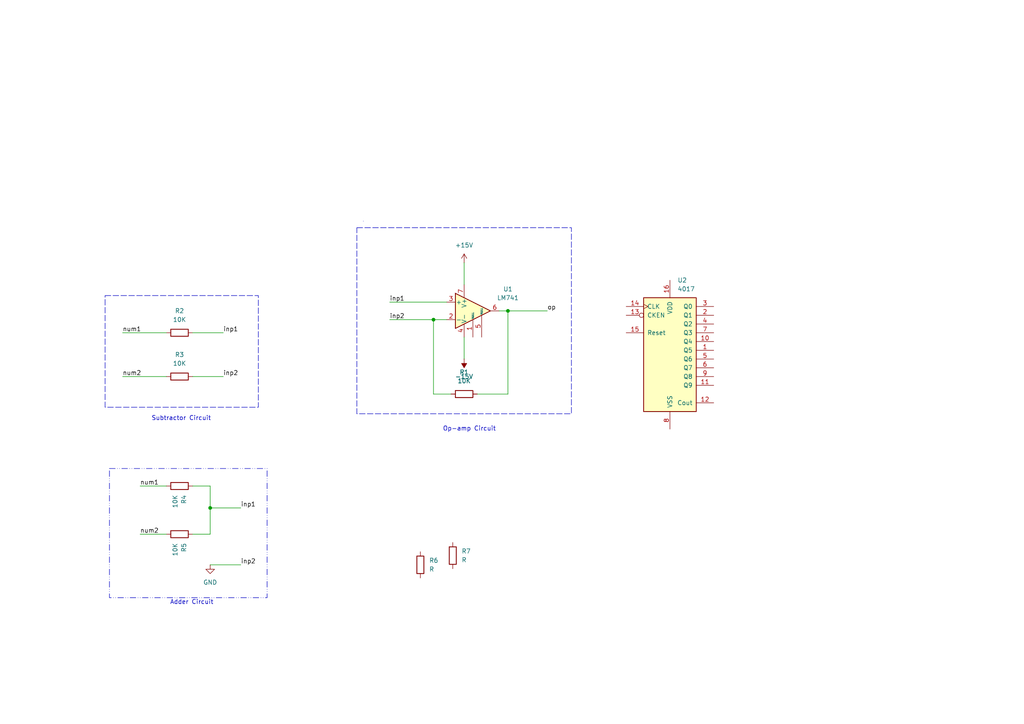
<source format=kicad_sch>
(kicad_sch
	(version 20231120)
	(generator "eeschema")
	(generator_version "8.0")
	(uuid "21a6b1f2-c47a-4384-bb0e-e22a2a38a6e5")
	(paper "A4")
	(lib_symbols
		(symbol "4xxx:4017"
			(pin_names
				(offset 1.016)
			)
			(exclude_from_sim no)
			(in_bom yes)
			(on_board yes)
			(property "Reference" "U"
				(at -7.62 16.51 0)
				(effects
					(font
						(size 1.27 1.27)
					)
				)
			)
			(property "Value" "4017"
				(at -7.62 -19.05 0)
				(effects
					(font
						(size 1.27 1.27)
					)
				)
			)
			(property "Footprint" ""
				(at 0 0 0)
				(effects
					(font
						(size 1.27 1.27)
					)
					(hide yes)
				)
			)
			(property "Datasheet" "http://www.intersil.com/content/dam/Intersil/documents/cd40/cd4017bms-22bms.pdf"
				(at 0 0 0)
				(effects
					(font
						(size 1.27 1.27)
					)
					(hide yes)
				)
			)
			(property "Description" "Johnson Counter ( 10 outputs )"
				(at 0 0 0)
				(effects
					(font
						(size 1.27 1.27)
					)
					(hide yes)
				)
			)
			(property "ki_locked" ""
				(at 0 0 0)
				(effects
					(font
						(size 1.27 1.27)
					)
				)
			)
			(property "ki_keywords" "CNT CNT10"
				(at 0 0 0)
				(effects
					(font
						(size 1.27 1.27)
					)
					(hide yes)
				)
			)
			(property "ki_fp_filters" "DIP?16*"
				(at 0 0 0)
				(effects
					(font
						(size 1.27 1.27)
					)
					(hide yes)
				)
			)
			(symbol "4017_1_0"
				(pin output line
					(at 12.7 0 180)
					(length 5.08)
					(name "Q5"
						(effects
							(font
								(size 1.27 1.27)
							)
						)
					)
					(number "1"
						(effects
							(font
								(size 1.27 1.27)
							)
						)
					)
				)
				(pin output line
					(at 12.7 2.54 180)
					(length 5.08)
					(name "Q4"
						(effects
							(font
								(size 1.27 1.27)
							)
						)
					)
					(number "10"
						(effects
							(font
								(size 1.27 1.27)
							)
						)
					)
				)
				(pin output line
					(at 12.7 -10.16 180)
					(length 5.08)
					(name "Q9"
						(effects
							(font
								(size 1.27 1.27)
							)
						)
					)
					(number "11"
						(effects
							(font
								(size 1.27 1.27)
							)
						)
					)
				)
				(pin output line
					(at 12.7 -15.24 180)
					(length 5.08)
					(name "Cout"
						(effects
							(font
								(size 1.27 1.27)
							)
						)
					)
					(number "12"
						(effects
							(font
								(size 1.27 1.27)
							)
						)
					)
				)
				(pin input inverted
					(at -12.7 10.16 0)
					(length 5.08)
					(name "CKEN"
						(effects
							(font
								(size 1.27 1.27)
							)
						)
					)
					(number "13"
						(effects
							(font
								(size 1.27 1.27)
							)
						)
					)
				)
				(pin input clock
					(at -12.7 12.7 0)
					(length 5.08)
					(name "CLK"
						(effects
							(font
								(size 1.27 1.27)
							)
						)
					)
					(number "14"
						(effects
							(font
								(size 1.27 1.27)
							)
						)
					)
				)
				(pin input line
					(at -12.7 5.08 0)
					(length 5.08)
					(name "Reset"
						(effects
							(font
								(size 1.27 1.27)
							)
						)
					)
					(number "15"
						(effects
							(font
								(size 1.27 1.27)
							)
						)
					)
				)
				(pin power_in line
					(at 0 20.32 270)
					(length 5.08)
					(name "VDD"
						(effects
							(font
								(size 1.27 1.27)
							)
						)
					)
					(number "16"
						(effects
							(font
								(size 1.27 1.27)
							)
						)
					)
				)
				(pin output line
					(at 12.7 10.16 180)
					(length 5.08)
					(name "Q1"
						(effects
							(font
								(size 1.27 1.27)
							)
						)
					)
					(number "2"
						(effects
							(font
								(size 1.27 1.27)
							)
						)
					)
				)
				(pin output line
					(at 12.7 12.7 180)
					(length 5.08)
					(name "Q0"
						(effects
							(font
								(size 1.27 1.27)
							)
						)
					)
					(number "3"
						(effects
							(font
								(size 1.27 1.27)
							)
						)
					)
				)
				(pin output line
					(at 12.7 7.62 180)
					(length 5.08)
					(name "Q2"
						(effects
							(font
								(size 1.27 1.27)
							)
						)
					)
					(number "4"
						(effects
							(font
								(size 1.27 1.27)
							)
						)
					)
				)
				(pin output line
					(at 12.7 -2.54 180)
					(length 5.08)
					(name "Q6"
						(effects
							(font
								(size 1.27 1.27)
							)
						)
					)
					(number "5"
						(effects
							(font
								(size 1.27 1.27)
							)
						)
					)
				)
				(pin output line
					(at 12.7 -5.08 180)
					(length 5.08)
					(name "Q7"
						(effects
							(font
								(size 1.27 1.27)
							)
						)
					)
					(number "6"
						(effects
							(font
								(size 1.27 1.27)
							)
						)
					)
				)
				(pin output line
					(at 12.7 5.08 180)
					(length 5.08)
					(name "Q3"
						(effects
							(font
								(size 1.27 1.27)
							)
						)
					)
					(number "7"
						(effects
							(font
								(size 1.27 1.27)
							)
						)
					)
				)
				(pin power_in line
					(at 0 -22.86 90)
					(length 5.08)
					(name "VSS"
						(effects
							(font
								(size 1.27 1.27)
							)
						)
					)
					(number "8"
						(effects
							(font
								(size 1.27 1.27)
							)
						)
					)
				)
				(pin output line
					(at 12.7 -7.62 180)
					(length 5.08)
					(name "Q8"
						(effects
							(font
								(size 1.27 1.27)
							)
						)
					)
					(number "9"
						(effects
							(font
								(size 1.27 1.27)
							)
						)
					)
				)
			)
			(symbol "4017_1_1"
				(rectangle
					(start -7.62 15.24)
					(end 7.62 -17.78)
					(stroke
						(width 0.254)
						(type default)
					)
					(fill
						(type background)
					)
				)
			)
		)
		(symbol "Amplifier_Operational:LM741"
			(pin_names
				(offset 0.127)
			)
			(exclude_from_sim no)
			(in_bom yes)
			(on_board yes)
			(property "Reference" "U"
				(at 0 6.35 0)
				(effects
					(font
						(size 1.27 1.27)
					)
					(justify left)
				)
			)
			(property "Value" "LM741"
				(at 0 3.81 0)
				(effects
					(font
						(size 1.27 1.27)
					)
					(justify left)
				)
			)
			(property "Footprint" ""
				(at 1.27 1.27 0)
				(effects
					(font
						(size 1.27 1.27)
					)
					(hide yes)
				)
			)
			(property "Datasheet" "http://www.ti.com/lit/ds/symlink/lm741.pdf"
				(at 3.81 3.81 0)
				(effects
					(font
						(size 1.27 1.27)
					)
					(hide yes)
				)
			)
			(property "Description" "Operational Amplifier, DIP-8/TO-99-8"
				(at 0 0 0)
				(effects
					(font
						(size 1.27 1.27)
					)
					(hide yes)
				)
			)
			(property "ki_keywords" "single opamp"
				(at 0 0 0)
				(effects
					(font
						(size 1.27 1.27)
					)
					(hide yes)
				)
			)
			(property "ki_fp_filters" "SOIC*3.9x4.9mm*P1.27mm* DIP*W7.62mm* TSSOP*3x3mm*P0.65mm*"
				(at 0 0 0)
				(effects
					(font
						(size 1.27 1.27)
					)
					(hide yes)
				)
			)
			(symbol "LM741_0_1"
				(polyline
					(pts
						(xy -5.08 5.08) (xy 5.08 0) (xy -5.08 -5.08) (xy -5.08 5.08)
					)
					(stroke
						(width 0.254)
						(type default)
					)
					(fill
						(type background)
					)
				)
			)
			(symbol "LM741_1_1"
				(pin input line
					(at 0 -7.62 90)
					(length 5.08)
					(name "NULL"
						(effects
							(font
								(size 0.508 0.508)
							)
						)
					)
					(number "1"
						(effects
							(font
								(size 1.27 1.27)
							)
						)
					)
				)
				(pin input line
					(at -7.62 -2.54 0)
					(length 2.54)
					(name "-"
						(effects
							(font
								(size 1.27 1.27)
							)
						)
					)
					(number "2"
						(effects
							(font
								(size 1.27 1.27)
							)
						)
					)
				)
				(pin input line
					(at -7.62 2.54 0)
					(length 2.54)
					(name "+"
						(effects
							(font
								(size 1.27 1.27)
							)
						)
					)
					(number "3"
						(effects
							(font
								(size 1.27 1.27)
							)
						)
					)
				)
				(pin power_in line
					(at -2.54 -7.62 90)
					(length 3.81)
					(name "V-"
						(effects
							(font
								(size 1.27 1.27)
							)
						)
					)
					(number "4"
						(effects
							(font
								(size 1.27 1.27)
							)
						)
					)
				)
				(pin input line
					(at 2.54 -7.62 90)
					(length 6.35)
					(name "NULL"
						(effects
							(font
								(size 0.508 0.508)
							)
						)
					)
					(number "5"
						(effects
							(font
								(size 1.27 1.27)
							)
						)
					)
				)
				(pin output line
					(at 7.62 0 180)
					(length 2.54)
					(name "~"
						(effects
							(font
								(size 1.27 1.27)
							)
						)
					)
					(number "6"
						(effects
							(font
								(size 1.27 1.27)
							)
						)
					)
				)
				(pin power_in line
					(at -2.54 7.62 270)
					(length 3.81)
					(name "V+"
						(effects
							(font
								(size 1.27 1.27)
							)
						)
					)
					(number "7"
						(effects
							(font
								(size 1.27 1.27)
							)
						)
					)
				)
				(pin no_connect line
					(at 0 2.54 270)
					(length 2.54) hide
					(name "NC"
						(effects
							(font
								(size 1.27 1.27)
							)
						)
					)
					(number "8"
						(effects
							(font
								(size 1.27 1.27)
							)
						)
					)
				)
			)
		)
		(symbol "Device:R"
			(pin_numbers hide)
			(pin_names
				(offset 0)
			)
			(exclude_from_sim no)
			(in_bom yes)
			(on_board yes)
			(property "Reference" "R"
				(at 2.032 0 90)
				(effects
					(font
						(size 1.27 1.27)
					)
				)
			)
			(property "Value" "R"
				(at 0 0 90)
				(effects
					(font
						(size 1.27 1.27)
					)
				)
			)
			(property "Footprint" ""
				(at -1.778 0 90)
				(effects
					(font
						(size 1.27 1.27)
					)
					(hide yes)
				)
			)
			(property "Datasheet" "~"
				(at 0 0 0)
				(effects
					(font
						(size 1.27 1.27)
					)
					(hide yes)
				)
			)
			(property "Description" "Resistor"
				(at 0 0 0)
				(effects
					(font
						(size 1.27 1.27)
					)
					(hide yes)
				)
			)
			(property "ki_keywords" "R res resistor"
				(at 0 0 0)
				(effects
					(font
						(size 1.27 1.27)
					)
					(hide yes)
				)
			)
			(property "ki_fp_filters" "R_*"
				(at 0 0 0)
				(effects
					(font
						(size 1.27 1.27)
					)
					(hide yes)
				)
			)
			(symbol "R_0_1"
				(rectangle
					(start -1.016 -2.54)
					(end 1.016 2.54)
					(stroke
						(width 0.254)
						(type default)
					)
					(fill
						(type none)
					)
				)
			)
			(symbol "R_1_1"
				(pin passive line
					(at 0 3.81 270)
					(length 1.27)
					(name "~"
						(effects
							(font
								(size 1.27 1.27)
							)
						)
					)
					(number "1"
						(effects
							(font
								(size 1.27 1.27)
							)
						)
					)
				)
				(pin passive line
					(at 0 -3.81 90)
					(length 1.27)
					(name "~"
						(effects
							(font
								(size 1.27 1.27)
							)
						)
					)
					(number "2"
						(effects
							(font
								(size 1.27 1.27)
							)
						)
					)
				)
			)
		)
		(symbol "power:+15V"
			(power)
			(pin_numbers hide)
			(pin_names
				(offset 0) hide)
			(exclude_from_sim no)
			(in_bom yes)
			(on_board yes)
			(property "Reference" "#PWR"
				(at 0 -3.81 0)
				(effects
					(font
						(size 1.27 1.27)
					)
					(hide yes)
				)
			)
			(property "Value" "+15V"
				(at 0 3.556 0)
				(effects
					(font
						(size 1.27 1.27)
					)
				)
			)
			(property "Footprint" ""
				(at 0 0 0)
				(effects
					(font
						(size 1.27 1.27)
					)
					(hide yes)
				)
			)
			(property "Datasheet" ""
				(at 0 0 0)
				(effects
					(font
						(size 1.27 1.27)
					)
					(hide yes)
				)
			)
			(property "Description" "Power symbol creates a global label with name \"+15V\""
				(at 0 0 0)
				(effects
					(font
						(size 1.27 1.27)
					)
					(hide yes)
				)
			)
			(property "ki_keywords" "global power"
				(at 0 0 0)
				(effects
					(font
						(size 1.27 1.27)
					)
					(hide yes)
				)
			)
			(symbol "+15V_0_1"
				(polyline
					(pts
						(xy -0.762 1.27) (xy 0 2.54)
					)
					(stroke
						(width 0)
						(type default)
					)
					(fill
						(type none)
					)
				)
				(polyline
					(pts
						(xy 0 0) (xy 0 2.54)
					)
					(stroke
						(width 0)
						(type default)
					)
					(fill
						(type none)
					)
				)
				(polyline
					(pts
						(xy 0 2.54) (xy 0.762 1.27)
					)
					(stroke
						(width 0)
						(type default)
					)
					(fill
						(type none)
					)
				)
			)
			(symbol "+15V_1_1"
				(pin power_in line
					(at 0 0 90)
					(length 0)
					(name "~"
						(effects
							(font
								(size 1.27 1.27)
							)
						)
					)
					(number "1"
						(effects
							(font
								(size 1.27 1.27)
							)
						)
					)
				)
			)
		)
		(symbol "power:-15V"
			(power)
			(pin_numbers hide)
			(pin_names
				(offset 0) hide)
			(exclude_from_sim no)
			(in_bom yes)
			(on_board yes)
			(property "Reference" "#PWR"
				(at 0 -3.81 0)
				(effects
					(font
						(size 1.27 1.27)
					)
					(hide yes)
				)
			)
			(property "Value" "-15V"
				(at 0 3.556 0)
				(effects
					(font
						(size 1.27 1.27)
					)
				)
			)
			(property "Footprint" ""
				(at 0 0 0)
				(effects
					(font
						(size 1.27 1.27)
					)
					(hide yes)
				)
			)
			(property "Datasheet" ""
				(at 0 0 0)
				(effects
					(font
						(size 1.27 1.27)
					)
					(hide yes)
				)
			)
			(property "Description" "Power symbol creates a global label with name \"-15V\""
				(at 0 0 0)
				(effects
					(font
						(size 1.27 1.27)
					)
					(hide yes)
				)
			)
			(property "ki_keywords" "global power"
				(at 0 0 0)
				(effects
					(font
						(size 1.27 1.27)
					)
					(hide yes)
				)
			)
			(symbol "-15V_0_0"
				(pin power_in line
					(at 0 0 90)
					(length 0)
					(name "~"
						(effects
							(font
								(size 1.27 1.27)
							)
						)
					)
					(number "1"
						(effects
							(font
								(size 1.27 1.27)
							)
						)
					)
				)
			)
			(symbol "-15V_0_1"
				(polyline
					(pts
						(xy 0 0) (xy 0 1.27) (xy 0.762 1.27) (xy 0 2.54) (xy -0.762 1.27) (xy 0 1.27)
					)
					(stroke
						(width 0)
						(type default)
					)
					(fill
						(type outline)
					)
				)
			)
		)
		(symbol "power:GND"
			(power)
			(pin_numbers hide)
			(pin_names
				(offset 0) hide)
			(exclude_from_sim no)
			(in_bom yes)
			(on_board yes)
			(property "Reference" "#PWR"
				(at 0 -6.35 0)
				(effects
					(font
						(size 1.27 1.27)
					)
					(hide yes)
				)
			)
			(property "Value" "GND"
				(at 0 -3.81 0)
				(effects
					(font
						(size 1.27 1.27)
					)
				)
			)
			(property "Footprint" ""
				(at 0 0 0)
				(effects
					(font
						(size 1.27 1.27)
					)
					(hide yes)
				)
			)
			(property "Datasheet" ""
				(at 0 0 0)
				(effects
					(font
						(size 1.27 1.27)
					)
					(hide yes)
				)
			)
			(property "Description" "Power symbol creates a global label with name \"GND\" , ground"
				(at 0 0 0)
				(effects
					(font
						(size 1.27 1.27)
					)
					(hide yes)
				)
			)
			(property "ki_keywords" "global power"
				(at 0 0 0)
				(effects
					(font
						(size 1.27 1.27)
					)
					(hide yes)
				)
			)
			(symbol "GND_0_1"
				(polyline
					(pts
						(xy 0 0) (xy 0 -1.27) (xy 1.27 -1.27) (xy 0 -2.54) (xy -1.27 -1.27) (xy 0 -1.27)
					)
					(stroke
						(width 0)
						(type default)
					)
					(fill
						(type none)
					)
				)
			)
			(symbol "GND_1_1"
				(pin power_in line
					(at 0 0 270)
					(length 0)
					(name "~"
						(effects
							(font
								(size 1.27 1.27)
							)
						)
					)
					(number "1"
						(effects
							(font
								(size 1.27 1.27)
							)
						)
					)
				)
			)
		)
	)
	(junction
		(at 147.32 90.17)
		(diameter 0)
		(color 0 0 0 0)
		(uuid "3c0642c3-b662-47f0-986c-d7ec33bb75bf")
	)
	(junction
		(at 125.73 92.71)
		(diameter 0)
		(color 0 0 0 0)
		(uuid "46f23534-64a3-41d3-9fc7-c8c092a89e43")
	)
	(junction
		(at 60.96 147.32)
		(diameter 0)
		(color 0 0 0 0)
		(uuid "8b3d0139-71fe-4866-99b4-33d5ed2cd18c")
	)
	(wire
		(pts
			(xy 55.88 96.52) (xy 64.77 96.52)
		)
		(stroke
			(width 0)
			(type default)
		)
		(uuid "063270d5-d3be-45f8-b59f-18272d9a62bf")
	)
	(wire
		(pts
			(xy 125.73 92.71) (xy 129.54 92.71)
		)
		(stroke
			(width 0)
			(type default)
		)
		(uuid "07328e54-23c3-4f08-8b19-76bdd430d0f7")
	)
	(wire
		(pts
			(xy 134.62 97.79) (xy 134.62 104.14)
		)
		(stroke
			(width 0)
			(type default)
		)
		(uuid "0f93bb17-e4f9-47d7-8d67-2a0d84ddd4b4")
	)
	(wire
		(pts
			(xy 147.32 114.3) (xy 138.43 114.3)
		)
		(stroke
			(width 0)
			(type default)
		)
		(uuid "1f225101-a0da-49de-baae-8bd79f088b74")
	)
	(wire
		(pts
			(xy 55.88 109.22) (xy 64.77 109.22)
		)
		(stroke
			(width 0)
			(type default)
		)
		(uuid "2434bc8c-a974-4afa-b590-5bd1c77b960d")
	)
	(wire
		(pts
			(xy 144.78 90.17) (xy 147.32 90.17)
		)
		(stroke
			(width 0)
			(type default)
		)
		(uuid "2c10c4db-1bdf-41d5-be2d-3ff41359066d")
	)
	(wire
		(pts
			(xy 35.56 96.52) (xy 48.26 96.52)
		)
		(stroke
			(width 0)
			(type default)
		)
		(uuid "334ec4bf-9861-4c11-b07c-b27fe6161406")
	)
	(wire
		(pts
			(xy 60.96 163.83) (xy 69.85 163.83)
		)
		(stroke
			(width 0)
			(type default)
		)
		(uuid "350cee63-2961-46c5-b9a0-c3d611e636db")
	)
	(wire
		(pts
			(xy 147.32 90.17) (xy 158.75 90.17)
		)
		(stroke
			(width 0)
			(type default)
		)
		(uuid "386ab1b7-256f-44bd-84ca-32310fa9f4a6")
	)
	(wire
		(pts
			(xy 130.81 114.3) (xy 125.73 114.3)
		)
		(stroke
			(width 0)
			(type default)
		)
		(uuid "45fccbe2-b756-4109-81fb-d221c69a8693")
	)
	(wire
		(pts
			(xy 60.96 154.94) (xy 55.88 154.94)
		)
		(stroke
			(width 0)
			(type default)
		)
		(uuid "5336389c-efbd-4602-9557-a1fbc3eb09e0")
	)
	(wire
		(pts
			(xy 113.03 92.71) (xy 125.73 92.71)
		)
		(stroke
			(width 0)
			(type default)
		)
		(uuid "540c585d-06be-4211-a628-7a6bdabd5241")
	)
	(wire
		(pts
			(xy 134.62 76.2) (xy 134.62 82.55)
		)
		(stroke
			(width 0)
			(type default)
		)
		(uuid "572da6ad-c08f-4565-ac5d-04a653c44aa7")
	)
	(wire
		(pts
			(xy 40.64 140.97) (xy 48.26 140.97)
		)
		(stroke
			(width 0)
			(type default)
		)
		(uuid "9cd6dcea-2002-4aef-b658-bdce18cb2c81")
	)
	(wire
		(pts
			(xy 113.03 87.63) (xy 129.54 87.63)
		)
		(stroke
			(width 0)
			(type default)
		)
		(uuid "a6314381-8d21-4701-9b43-efca7dedec64")
	)
	(wire
		(pts
			(xy 147.32 90.17) (xy 147.32 114.3)
		)
		(stroke
			(width 0)
			(type default)
		)
		(uuid "acd303d0-083f-4b0f-a61d-59cc70803651")
	)
	(wire
		(pts
			(xy 55.88 140.97) (xy 60.96 140.97)
		)
		(stroke
			(width 0)
			(type default)
		)
		(uuid "c6570a00-a40b-4643-93f4-fe9c4c453833")
	)
	(wire
		(pts
			(xy 60.96 147.32) (xy 69.85 147.32)
		)
		(stroke
			(width 0)
			(type default)
		)
		(uuid "c7f7f81a-dd31-43db-8155-56be74fd1e65")
	)
	(wire
		(pts
			(xy 60.96 147.32) (xy 60.96 154.94)
		)
		(stroke
			(width 0)
			(type default)
		)
		(uuid "dcd6c685-0c65-4f03-8aa8-c51b11ba6857")
	)
	(wire
		(pts
			(xy 35.56 109.22) (xy 48.26 109.22)
		)
		(stroke
			(width 0)
			(type default)
		)
		(uuid "ddcc71d6-2176-4ff1-bdd0-de75cd53eb63")
	)
	(wire
		(pts
			(xy 125.73 114.3) (xy 125.73 92.71)
		)
		(stroke
			(width 0)
			(type default)
		)
		(uuid "e7513d35-5dbb-4a43-b803-568e3e0e2513")
	)
	(wire
		(pts
			(xy 40.64 154.94) (xy 48.26 154.94)
		)
		(stroke
			(width 0)
			(type default)
		)
		(uuid "e81e8da9-3cb6-47fa-a61d-be6ee26af2c4")
	)
	(wire
		(pts
			(xy 60.96 140.97) (xy 60.96 147.32)
		)
		(stroke
			(width 0)
			(type default)
		)
		(uuid "fe414f1a-e99a-4940-abfe-7de689887af6")
	)
	(rectangle
		(start 105.41 64.135)
		(end 105.41 64.135)
		(stroke
			(width 0)
			(type default)
		)
		(fill
			(type none)
		)
		(uuid 2b806c03-eb22-4c0d-82de-a0ec6e3e95b2)
	)
	(rectangle
		(start 30.48 85.725)
		(end 74.93 118.11)
		(stroke
			(width 0)
			(type dash)
		)
		(fill
			(type none)
		)
		(uuid 836f00e3-8793-456d-9906-4958850765af)
	)
	(rectangle
		(start 31.75 135.89)
		(end 77.47 173.355)
		(stroke
			(width 0)
			(type dash_dot_dot)
		)
		(fill
			(type none)
		)
		(uuid cda3b496-86de-4533-878d-21b398397b5b)
	)
	(rectangle
		(start 103.505 66.04)
		(end 165.735 120.015)
		(stroke
			(width 0)
			(type dash)
		)
		(fill
			(type none)
		)
		(uuid e8854cae-74d8-4fad-9556-cc34e3be1b22)
	)
	(text "Subtractor Circuit"
		(exclude_from_sim no)
		(at 52.578 121.412 0)
		(effects
			(font
				(size 1.27 1.27)
			)
		)
		(uuid "09ec6a65-a7c9-4e23-b063-7dd783db0b54")
	)
	(text "Adder Circuit"
		(exclude_from_sim no)
		(at 55.626 174.752 0)
		(effects
			(font
				(size 1.27 1.27)
			)
		)
		(uuid "469049da-05e5-4512-9034-a18f62888f13")
	)
	(text "Op-amp Circuit"
		(exclude_from_sim no)
		(at 136.144 124.46 0)
		(effects
			(font
				(size 1.27 1.27)
			)
		)
		(uuid "b81e5888-ef16-4281-824f-d05770acc2f3")
	)
	(label "inp1"
		(at 64.77 96.52 0)
		(fields_autoplaced yes)
		(effects
			(font
				(size 1.27 1.27)
			)
			(justify left bottom)
		)
		(uuid "02f66a61-be87-4f4c-965e-44ca561df84c")
	)
	(label "inp1"
		(at 69.85 147.32 0)
		(fields_autoplaced yes)
		(effects
			(font
				(size 1.27 1.27)
			)
			(justify left bottom)
		)
		(uuid "15e16966-c7b6-4491-8668-d9ebbe2584a8")
	)
	(label "inp2"
		(at 69.85 163.83 0)
		(fields_autoplaced yes)
		(effects
			(font
				(size 1.27 1.27)
			)
			(justify left bottom)
		)
		(uuid "1869215c-e8b5-4afc-9fc1-fb0687ca4068")
	)
	(label "num2"
		(at 35.56 109.22 0)
		(fields_autoplaced yes)
		(effects
			(font
				(size 1.27 1.27)
			)
			(justify left bottom)
		)
		(uuid "224cebb5-40ad-4e7d-a0cc-1befe13f5438")
	)
	(label "inp2"
		(at 64.77 109.22 0)
		(fields_autoplaced yes)
		(effects
			(font
				(size 1.27 1.27)
			)
			(justify left bottom)
		)
		(uuid "440994f3-0245-4880-8078-9113b4d7e07d")
	)
	(label "num1"
		(at 35.56 96.52 0)
		(fields_autoplaced yes)
		(effects
			(font
				(size 1.27 1.27)
			)
			(justify left bottom)
		)
		(uuid "741374ac-7947-4ee9-854c-0e82c4d7757f")
	)
	(label "num1"
		(at 40.64 140.97 0)
		(fields_autoplaced yes)
		(effects
			(font
				(size 1.27 1.27)
			)
			(justify left bottom)
		)
		(uuid "b1da4edf-8e96-46f4-a122-d918f1f778cf")
	)
	(label "inp2"
		(at 113.03 92.71 0)
		(fields_autoplaced yes)
		(effects
			(font
				(size 1.27 1.27)
			)
			(justify left bottom)
		)
		(uuid "bdf012a2-6e7a-492e-9bd3-f1f266ecbd1d")
	)
	(label "op"
		(at 158.75 90.17 0)
		(fields_autoplaced yes)
		(effects
			(font
				(size 1.27 1.27)
			)
			(justify left bottom)
		)
		(uuid "dd3ae9d9-b152-466f-943d-b1a60d6ce3af")
	)
	(label "num2"
		(at 40.64 154.94 0)
		(fields_autoplaced yes)
		(effects
			(font
				(size 1.27 1.27)
			)
			(justify left bottom)
		)
		(uuid "e362cf41-8b0b-42f2-a34e-262a332ca774")
	)
	(label "inp1"
		(at 113.03 87.63 0)
		(fields_autoplaced yes)
		(effects
			(font
				(size 1.27 1.27)
			)
			(justify left bottom)
		)
		(uuid "e732dde6-7717-4ca2-adb0-abb7144bc9f4")
	)
	(symbol
		(lib_id "power:+15V")
		(at 134.62 76.2 0)
		(unit 1)
		(exclude_from_sim no)
		(in_bom yes)
		(on_board yes)
		(dnp no)
		(fields_autoplaced yes)
		(uuid "176e37db-a863-4e8a-b44b-e9ed3e294a6d")
		(property "Reference" "#PWR01"
			(at 134.62 80.01 0)
			(effects
				(font
					(size 1.27 1.27)
				)
				(hide yes)
			)
		)
		(property "Value" "+15V"
			(at 134.62 71.12 0)
			(effects
				(font
					(size 1.27 1.27)
				)
			)
		)
		(property "Footprint" ""
			(at 134.62 76.2 0)
			(effects
				(font
					(size 1.27 1.27)
				)
				(hide yes)
			)
		)
		(property "Datasheet" ""
			(at 134.62 76.2 0)
			(effects
				(font
					(size 1.27 1.27)
				)
				(hide yes)
			)
		)
		(property "Description" "Power symbol creates a global label with name \"+15V\""
			(at 134.62 76.2 0)
			(effects
				(font
					(size 1.27 1.27)
				)
				(hide yes)
			)
		)
		(pin "1"
			(uuid "c71fbf54-ce15-4489-beb6-7af260a564d6")
		)
		(instances
			(project ""
				(path "/21a6b1f2-c47a-4384-bb0e-e22a2a38a6e5"
					(reference "#PWR01")
					(unit 1)
				)
			)
		)
	)
	(symbol
		(lib_id "Device:R")
		(at 52.07 140.97 270)
		(unit 1)
		(exclude_from_sim no)
		(in_bom yes)
		(on_board yes)
		(dnp no)
		(fields_autoplaced yes)
		(uuid "1eaf11e1-dbd5-43f8-a0a1-d46fff20fd2b")
		(property "Reference" "R4"
			(at 53.3401 143.51 0)
			(effects
				(font
					(size 1.27 1.27)
				)
				(justify left)
			)
		)
		(property "Value" "10K"
			(at 50.8001 143.51 0)
			(effects
				(font
					(size 1.27 1.27)
				)
				(justify left)
			)
		)
		(property "Footprint" ""
			(at 52.07 139.192 90)
			(effects
				(font
					(size 1.27 1.27)
				)
				(hide yes)
			)
		)
		(property "Datasheet" "~"
			(at 52.07 140.97 0)
			(effects
				(font
					(size 1.27 1.27)
				)
				(hide yes)
			)
		)
		(property "Description" "Resistor"
			(at 52.07 140.97 0)
			(effects
				(font
					(size 1.27 1.27)
				)
				(hide yes)
			)
		)
		(pin "2"
			(uuid "c62f5fec-a89b-498d-bb8f-7edf15592e28")
		)
		(pin "1"
			(uuid "b4efbc4c-e534-4015-a5cb-26813a9f0f39")
		)
		(instances
			(project "calci"
				(path "/21a6b1f2-c47a-4384-bb0e-e22a2a38a6e5"
					(reference "R4")
					(unit 1)
				)
			)
		)
	)
	(symbol
		(lib_id "Device:R")
		(at 52.07 109.22 90)
		(unit 1)
		(exclude_from_sim no)
		(in_bom yes)
		(on_board yes)
		(dnp no)
		(fields_autoplaced yes)
		(uuid "23cf322b-0546-4894-a401-59be547dc769")
		(property "Reference" "R3"
			(at 52.07 102.87 90)
			(effects
				(font
					(size 1.27 1.27)
				)
			)
		)
		(property "Value" "10K"
			(at 52.07 105.41 90)
			(effects
				(font
					(size 1.27 1.27)
				)
			)
		)
		(property "Footprint" ""
			(at 52.07 110.998 90)
			(effects
				(font
					(size 1.27 1.27)
				)
				(hide yes)
			)
		)
		(property "Datasheet" "~"
			(at 52.07 109.22 0)
			(effects
				(font
					(size 1.27 1.27)
				)
				(hide yes)
			)
		)
		(property "Description" "Resistor"
			(at 52.07 109.22 0)
			(effects
				(font
					(size 1.27 1.27)
				)
				(hide yes)
			)
		)
		(pin "2"
			(uuid "5e30d6e1-4072-4c30-8ef5-47c9f59b483c")
		)
		(pin "1"
			(uuid "7f1fd4d7-91b7-45d6-9646-81b27d2cb52d")
		)
		(instances
			(project "calci"
				(path "/21a6b1f2-c47a-4384-bb0e-e22a2a38a6e5"
					(reference "R3")
					(unit 1)
				)
			)
		)
	)
	(symbol
		(lib_id "Amplifier_Operational:LM741")
		(at 137.16 90.17 0)
		(unit 1)
		(exclude_from_sim no)
		(in_bom yes)
		(on_board yes)
		(dnp no)
		(fields_autoplaced yes)
		(uuid "2d86ac3e-822c-4343-a3a7-d1683f615dac")
		(property "Reference" "U1"
			(at 147.32 83.8514 0)
			(effects
				(font
					(size 1.27 1.27)
				)
			)
		)
		(property "Value" "LM741"
			(at 147.32 86.3914 0)
			(effects
				(font
					(size 1.27 1.27)
				)
			)
		)
		(property "Footprint" ""
			(at 138.43 88.9 0)
			(effects
				(font
					(size 1.27 1.27)
				)
				(hide yes)
			)
		)
		(property "Datasheet" "http://www.ti.com/lit/ds/symlink/lm741.pdf"
			(at 140.97 86.36 0)
			(effects
				(font
					(size 1.27 1.27)
				)
				(hide yes)
			)
		)
		(property "Description" "Operational Amplifier, DIP-8/TO-99-8"
			(at 137.16 90.17 0)
			(effects
				(font
					(size 1.27 1.27)
				)
				(hide yes)
			)
		)
		(pin "1"
			(uuid "c646a80c-0eeb-4b91-9e51-61afd689c791")
		)
		(pin "7"
			(uuid "97eb418f-5ac7-4ca6-9afa-dbf9122387a0")
		)
		(pin "3"
			(uuid "3487804a-690e-48f2-b3db-e279ff9d8c74")
		)
		(pin "8"
			(uuid "3bf0282f-115e-4caf-a44a-dfa15d0d43b6")
		)
		(pin "2"
			(uuid "c8da611a-d347-4f43-b0c9-11b3f8d5e675")
		)
		(pin "4"
			(uuid "cda8bacc-621d-4c7b-95ae-63c0cf736692")
		)
		(pin "5"
			(uuid "9a9f56bf-0a68-4a43-a1ee-0193e6c632b9")
		)
		(pin "6"
			(uuid "b62dbcfc-3224-4a99-8c7c-61bc694b9886")
		)
		(instances
			(project ""
				(path "/21a6b1f2-c47a-4384-bb0e-e22a2a38a6e5"
					(reference "U1")
					(unit 1)
				)
			)
		)
	)
	(symbol
		(lib_id "Device:R")
		(at 131.3258 161.1435 0)
		(unit 1)
		(exclude_from_sim no)
		(in_bom yes)
		(on_board yes)
		(dnp no)
		(fields_autoplaced yes)
		(uuid "5e9b6d53-ea0f-4265-bf4f-fa73bbb1b8b9")
		(property "Reference" "R7"
			(at 133.8658 159.8734 0)
			(effects
				(font
					(size 1.27 1.27)
				)
				(justify left)
			)
		)
		(property "Value" "R"
			(at 133.8658 162.4134 0)
			(effects
				(font
					(size 1.27 1.27)
				)
				(justify left)
			)
		)
		(property "Footprint" ""
			(at 129.5478 161.1435 90)
			(effects
				(font
					(size 1.27 1.27)
				)
				(hide yes)
			)
		)
		(property "Datasheet" "~"
			(at 131.3258 161.1435 0)
			(effects
				(font
					(size 1.27 1.27)
				)
				(hide yes)
			)
		)
		(property "Description" "Resistor"
			(at 131.3258 161.1435 0)
			(effects
				(font
					(size 1.27 1.27)
				)
				(hide yes)
			)
		)
		(pin "2"
			(uuid "22acd1b5-6826-41f3-a31f-acf1c4ff5196")
		)
		(pin "1"
			(uuid "c6036c38-4e18-451b-841e-f5d9650692d8")
		)
		(instances
			(project "calci"
				(path "/21a6b1f2-c47a-4384-bb0e-e22a2a38a6e5"
					(reference "R7")
					(unit 1)
				)
			)
		)
	)
	(symbol
		(lib_id "Device:R")
		(at 52.07 96.52 90)
		(unit 1)
		(exclude_from_sim no)
		(in_bom yes)
		(on_board yes)
		(dnp no)
		(fields_autoplaced yes)
		(uuid "5f0bf44a-4837-4a29-a017-b5f666ead96f")
		(property "Reference" "R2"
			(at 52.07 90.17 90)
			(effects
				(font
					(size 1.27 1.27)
				)
			)
		)
		(property "Value" "10K"
			(at 52.07 92.71 90)
			(effects
				(font
					(size 1.27 1.27)
				)
			)
		)
		(property "Footprint" ""
			(at 52.07 98.298 90)
			(effects
				(font
					(size 1.27 1.27)
				)
				(hide yes)
			)
		)
		(property "Datasheet" "~"
			(at 52.07 96.52 0)
			(effects
				(font
					(size 1.27 1.27)
				)
				(hide yes)
			)
		)
		(property "Description" "Resistor"
			(at 52.07 96.52 0)
			(effects
				(font
					(size 1.27 1.27)
				)
				(hide yes)
			)
		)
		(pin "2"
			(uuid "4e64fb19-a4a1-4c49-832e-8c922dbc34cd")
		)
		(pin "1"
			(uuid "b21199c6-534f-4cae-970b-e3b691cdad6e")
		)
		(instances
			(project "calci"
				(path "/21a6b1f2-c47a-4384-bb0e-e22a2a38a6e5"
					(reference "R2")
					(unit 1)
				)
			)
		)
	)
	(symbol
		(lib_id "power:-15V")
		(at 134.62 104.14 180)
		(unit 1)
		(exclude_from_sim no)
		(in_bom yes)
		(on_board yes)
		(dnp no)
		(fields_autoplaced yes)
		(uuid "704f9c94-f13d-4193-bd95-11df5ec77844")
		(property "Reference" "#PWR03"
			(at 134.62 100.33 0)
			(effects
				(font
					(size 1.27 1.27)
				)
				(hide yes)
			)
		)
		(property "Value" "-15V"
			(at 134.62 109.22 0)
			(effects
				(font
					(size 1.27 1.27)
				)
			)
		)
		(property "Footprint" ""
			(at 134.62 104.14 0)
			(effects
				(font
					(size 1.27 1.27)
				)
				(hide yes)
			)
		)
		(property "Datasheet" ""
			(at 134.62 104.14 0)
			(effects
				(font
					(size 1.27 1.27)
				)
				(hide yes)
			)
		)
		(property "Description" "Power symbol creates a global label with name \"-15V\""
			(at 134.62 104.14 0)
			(effects
				(font
					(size 1.27 1.27)
				)
				(hide yes)
			)
		)
		(pin "1"
			(uuid "567a1fc9-7ced-4922-8538-cb5cbc7d1501")
		)
		(instances
			(project ""
				(path "/21a6b1f2-c47a-4384-bb0e-e22a2a38a6e5"
					(reference "#PWR03")
					(unit 1)
				)
			)
		)
	)
	(symbol
		(lib_id "power:GND")
		(at 60.96 163.83 0)
		(unit 1)
		(exclude_from_sim no)
		(in_bom yes)
		(on_board yes)
		(dnp no)
		(fields_autoplaced yes)
		(uuid "9b1e924b-e5cd-4161-a937-4066656b49b7")
		(property "Reference" "#PWR02"
			(at 60.96 170.18 0)
			(effects
				(font
					(size 1.27 1.27)
				)
				(hide yes)
			)
		)
		(property "Value" "GND"
			(at 60.96 168.91 0)
			(effects
				(font
					(size 1.27 1.27)
				)
			)
		)
		(property "Footprint" ""
			(at 60.96 163.83 0)
			(effects
				(font
					(size 1.27 1.27)
				)
				(hide yes)
			)
		)
		(property "Datasheet" ""
			(at 60.96 163.83 0)
			(effects
				(font
					(size 1.27 1.27)
				)
				(hide yes)
			)
		)
		(property "Description" "Power symbol creates a global label with name \"GND\" , ground"
			(at 60.96 163.83 0)
			(effects
				(font
					(size 1.27 1.27)
				)
				(hide yes)
			)
		)
		(pin "1"
			(uuid "4de05a57-1ab3-4328-b796-8d22042db5a6")
		)
		(instances
			(project ""
				(path "/21a6b1f2-c47a-4384-bb0e-e22a2a38a6e5"
					(reference "#PWR02")
					(unit 1)
				)
			)
		)
	)
	(symbol
		(lib_id "Device:R")
		(at 52.07 154.94 270)
		(unit 1)
		(exclude_from_sim no)
		(in_bom yes)
		(on_board yes)
		(dnp no)
		(fields_autoplaced yes)
		(uuid "9f08bbe6-edf0-43ed-9d50-ea151287d28e")
		(property "Reference" "R5"
			(at 53.3401 157.48 0)
			(effects
				(font
					(size 1.27 1.27)
				)
				(justify left)
			)
		)
		(property "Value" "10K"
			(at 50.8001 157.48 0)
			(effects
				(font
					(size 1.27 1.27)
				)
				(justify left)
			)
		)
		(property "Footprint" ""
			(at 52.07 153.162 90)
			(effects
				(font
					(size 1.27 1.27)
				)
				(hide yes)
			)
		)
		(property "Datasheet" "~"
			(at 52.07 154.94 0)
			(effects
				(font
					(size 1.27 1.27)
				)
				(hide yes)
			)
		)
		(property "Description" "Resistor"
			(at 52.07 154.94 0)
			(effects
				(font
					(size 1.27 1.27)
				)
				(hide yes)
			)
		)
		(pin "2"
			(uuid "300e2eb5-45c6-401a-ae89-dca18c2b5b88")
		)
		(pin "1"
			(uuid "57841a65-c002-4e15-8f75-c0d2190bdf1f")
		)
		(instances
			(project "calci"
				(path "/21a6b1f2-c47a-4384-bb0e-e22a2a38a6e5"
					(reference "R5")
					(unit 1)
				)
			)
		)
	)
	(symbol
		(lib_id "4xxx:4017")
		(at 194.31 101.6 0)
		(unit 1)
		(exclude_from_sim no)
		(in_bom yes)
		(on_board yes)
		(dnp no)
		(fields_autoplaced yes)
		(uuid "de3b6926-fc61-40fd-a6b5-a92b23bb1aa9")
		(property "Reference" "U2"
			(at 196.5041 81.28 0)
			(effects
				(font
					(size 1.27 1.27)
				)
				(justify left)
			)
		)
		(property "Value" "4017"
			(at 196.5041 83.82 0)
			(effects
				(font
					(size 1.27 1.27)
				)
				(justify left)
			)
		)
		(property "Footprint" ""
			(at 194.31 101.6 0)
			(effects
				(font
					(size 1.27 1.27)
				)
				(hide yes)
			)
		)
		(property "Datasheet" "http://www.intersil.com/content/dam/Intersil/documents/cd40/cd4017bms-22bms.pdf"
			(at 194.31 101.6 0)
			(effects
				(font
					(size 1.27 1.27)
				)
				(hide yes)
			)
		)
		(property "Description" "Johnson Counter ( 10 outputs )"
			(at 194.31 101.6 0)
			(effects
				(font
					(size 1.27 1.27)
				)
				(hide yes)
			)
		)
		(pin "2"
			(uuid "e42b685e-c45f-4bd4-9bbb-a3977181b47c")
		)
		(pin "6"
			(uuid "6678c63f-db6f-4069-8991-0e74eade8642")
		)
		(pin "15"
			(uuid "7bdfbc62-5552-46d5-a934-7ba1ed8e4785")
		)
		(pin "9"
			(uuid "c2ead6d1-b407-4460-ac3d-e2f73a5255de")
		)
		(pin "16"
			(uuid "3ab40fba-7c99-40ee-a2ff-2ac24fde3243")
		)
		(pin "10"
			(uuid "cb054055-b9c9-40c5-8431-93615366c4fc")
		)
		(pin "12"
			(uuid "e9eb841c-0693-45fc-9b13-d9c0933080ae")
		)
		(pin "13"
			(uuid "e57bb0b4-018c-4e18-9bfe-4cb385ed3710")
		)
		(pin "4"
			(uuid "28c0e0fc-51b8-4cde-8317-195262e58a78")
		)
		(pin "3"
			(uuid "b4344519-03ed-4553-b4b9-dab903fe3951")
		)
		(pin "1"
			(uuid "468eed80-9412-4327-b910-86bed157529b")
		)
		(pin "14"
			(uuid "081dbd4a-945f-43b5-9d5d-77f94712c2b9")
		)
		(pin "11"
			(uuid "53815521-d1bb-4e54-9b8f-e6fee703bc81")
		)
		(pin "5"
			(uuid "bba985ac-f81c-4c6f-a49c-a5d73efa6093")
		)
		(pin "8"
			(uuid "1adc8f35-ab73-401e-99ce-504899f7f8aa")
		)
		(pin "7"
			(uuid "81263477-2cff-4af9-8861-86f994690f7e")
		)
		(instances
			(project ""
				(path "/21a6b1f2-c47a-4384-bb0e-e22a2a38a6e5"
					(reference "U2")
					(unit 1)
				)
			)
		)
	)
	(symbol
		(lib_id "Device:R")
		(at 121.92 163.83 0)
		(unit 1)
		(exclude_from_sim no)
		(in_bom yes)
		(on_board yes)
		(dnp no)
		(fields_autoplaced yes)
		(uuid "e7544329-0742-4878-8759-2f71a1e0bac2")
		(property "Reference" "R6"
			(at 124.46 162.5599 0)
			(effects
				(font
					(size 1.27 1.27)
				)
				(justify left)
			)
		)
		(property "Value" "R"
			(at 124.46 165.0999 0)
			(effects
				(font
					(size 1.27 1.27)
				)
				(justify left)
			)
		)
		(property "Footprint" ""
			(at 120.142 163.83 90)
			(effects
				(font
					(size 1.27 1.27)
				)
				(hide yes)
			)
		)
		(property "Datasheet" "~"
			(at 121.92 163.83 0)
			(effects
				(font
					(size 1.27 1.27)
				)
				(hide yes)
			)
		)
		(property "Description" "Resistor"
			(at 121.92 163.83 0)
			(effects
				(font
					(size 1.27 1.27)
				)
				(hide yes)
			)
		)
		(pin "2"
			(uuid "a9149f35-f783-445d-9a13-68f3b441bdbc")
		)
		(pin "1"
			(uuid "cce08e55-d8ae-4882-a641-016cd933487a")
		)
		(instances
			(project "calci"
				(path "/21a6b1f2-c47a-4384-bb0e-e22a2a38a6e5"
					(reference "R6")
					(unit 1)
				)
			)
		)
	)
	(symbol
		(lib_id "Device:R")
		(at 134.62 114.3 90)
		(unit 1)
		(exclude_from_sim no)
		(in_bom yes)
		(on_board yes)
		(dnp no)
		(fields_autoplaced yes)
		(uuid "ef31fd8a-1cf1-499d-aaa3-20fa038c1603")
		(property "Reference" "R1"
			(at 134.62 107.95 90)
			(effects
				(font
					(size 1.27 1.27)
				)
			)
		)
		(property "Value" "10K"
			(at 134.62 110.49 90)
			(effects
				(font
					(size 1.27 1.27)
				)
			)
		)
		(property "Footprint" ""
			(at 134.62 116.078 90)
			(effects
				(font
					(size 1.27 1.27)
				)
				(hide yes)
			)
		)
		(property "Datasheet" "~"
			(at 134.62 114.3 0)
			(effects
				(font
					(size 1.27 1.27)
				)
				(hide yes)
			)
		)
		(property "Description" "Resistor"
			(at 134.62 114.3 0)
			(effects
				(font
					(size 1.27 1.27)
				)
				(hide yes)
			)
		)
		(pin "2"
			(uuid "14b92a8b-f5c4-4147-9a6b-f10a63ec42cc")
		)
		(pin "1"
			(uuid "b7dfa728-c593-494b-a676-197728854db3")
		)
		(instances
			(project ""
				(path "/21a6b1f2-c47a-4384-bb0e-e22a2a38a6e5"
					(reference "R1")
					(unit 1)
				)
			)
		)
	)
	(sheet_instances
		(path "/"
			(page "1")
		)
	)
)

</source>
